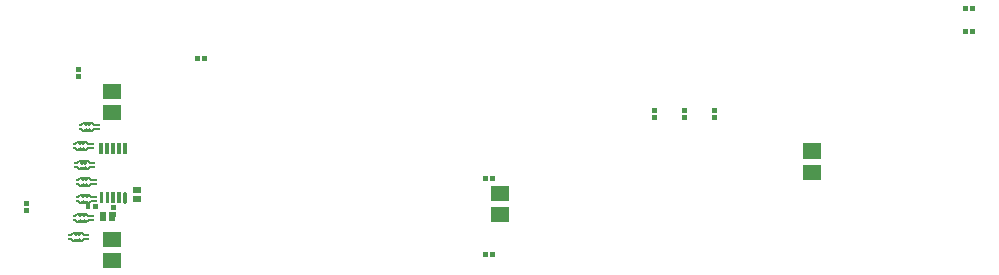
<source format=gbr>
G04 start of page 11 for group -4014 idx -4014 *
G04 Title: (unknown), bottompaste *
G04 Creator: pcb 1.99z *
G04 CreationDate: Sat 29 Oct 2016 01:04:32 AM GMT UTC *
G04 For: commonadmin *
G04 Format: Gerber/RS-274X *
G04 PCB-Dimensions (mil): 4000.00 3000.00 *
G04 PCB-Coordinate-Origin: lower left *
%MOIN*%
%FSLAX25Y25*%
%LNBOTTOMPASTE*%
%ADD89R,0.0512X0.0512*%
%ADD88R,0.0197X0.0197*%
%ADD87R,0.0120X0.0120*%
%ADD86C,0.0120*%
%ADD85R,0.0060X0.0060*%
%ADD84C,0.0060*%
%ADD83C,0.0001*%
G54D83*G36*
X84213Y81318D02*Y79744D01*
X85787D01*
Y81318D01*
X84213D01*
G37*
G36*
X81851D02*Y79744D01*
X83425D01*
Y81318D01*
X81851D01*
G37*
G54D84*X41100Y19631D02*X44100D01*
X40400Y20331D02*X41100Y19631D01*
X44100D02*X44800Y20331D01*
G54D85*X46300D01*
X39900D02*X40400D01*
G54D84*X43200Y20231D02*X43800Y19631D01*
X42600D02*X43200Y20231D01*
X41400Y19631D02*X42000Y20231D01*
X42600Y19631D01*
X41000Y22231D02*X44100D01*
X40400Y21631D02*X41000Y22231D01*
X44100D02*X44700Y21631D01*
G54D85*X46300D01*
X39900D02*X40400D01*
G54D84*X43200Y21531D02*X43900Y22231D01*
X44100D01*
X42500D02*X43200Y21531D01*
X42000D02*X42700Y22231D01*
X41300D02*X42000Y21531D01*
X43550Y32331D02*X46550D01*
X42850Y33031D02*X43550Y32331D01*
X46550D02*X47250Y33031D01*
G54D85*X48750D01*
X42350D02*X42850D01*
G54D84*X45650Y32931D02*X46250Y32331D01*
X45050D02*X45650Y32931D01*
X43850Y32331D02*X44450Y32931D01*
X45050Y32331D01*
X43450Y34931D02*X46550D01*
X42850Y34331D02*X43450Y34931D01*
X46550D02*X47150Y34331D01*
G54D85*X48750D01*
X42350D02*X42850D01*
G54D84*X45650Y34231D02*X46350Y34931D01*
X46550D01*
X44950D02*X45650Y34231D01*
X44450D02*X45150Y34931D01*
X43750D02*X44450Y34231D01*
G54D86*X58500Y35331D02*Y32731D01*
G54D87*X56500Y35331D02*Y32731D01*
X54500Y35331D02*Y32731D01*
X52600Y35331D02*Y32731D01*
X50600Y35331D02*Y32731D01*
X50500Y51831D02*Y49231D01*
X52500Y51831D02*Y49231D01*
X54500Y51831D02*Y49231D01*
X56400Y51831D02*Y49231D01*
X58400Y51831D02*Y49231D01*
G54D84*X42600Y26031D02*X45600D01*
X41900Y26731D02*X42600Y26031D01*
X45600D02*X46300Y26731D01*
G54D85*X47800D01*
X41400D02*X41900D01*
G54D84*X44700Y26631D02*X45300Y26031D01*
X44100D02*X44700Y26631D01*
X42900Y26031D02*X43500Y26631D01*
X44100Y26031D01*
X42500Y28631D02*X45600D01*
X41900Y28031D02*X42500Y28631D01*
X45600D02*X46200Y28031D01*
G54D85*X47800D01*
X41400D02*X41900D01*
G54D84*X44700Y27931D02*X45400Y28631D01*
X45600D01*
X44000D02*X44700Y27931D01*
X43500D02*X44200Y28631D01*
X42800D02*X43500Y27931D01*
X43450Y38031D02*X46450D01*
X42750Y38731D02*X43450Y38031D01*
X46450D02*X47150Y38731D01*
G54D85*X48650D01*
X42250D02*X42750D01*
G54D84*X45550Y38631D02*X46150Y38031D01*
X44950D02*X45550Y38631D01*
X43750Y38031D02*X44350Y38631D01*
X44950Y38031D01*
X43350Y40631D02*X46450D01*
X42750Y40031D02*X43350Y40631D01*
X46450D02*X47050Y40031D01*
G54D85*X48650D01*
X42250D02*X42750D01*
G54D84*X45550Y39931D02*X46250Y40631D01*
X46450D01*
X44850D02*X45550Y39931D01*
X44350D02*X45050Y40631D01*
X43650D02*X44350Y39931D01*
X43100Y43531D02*X46100D01*
X42400Y44231D02*X43100Y43531D01*
X46100D02*X46800Y44231D01*
G54D85*X48300D01*
X41900D02*X42400D01*
G54D84*X45200Y44131D02*X45800Y43531D01*
X44600D02*X45200Y44131D01*
X43400Y43531D02*X44000Y44131D01*
X44600Y43531D01*
X43000Y46131D02*X46100D01*
X42400Y45531D02*X43000Y46131D01*
X46100D02*X46700Y45531D01*
G54D85*X48300D01*
X41900D02*X42400D01*
G54D84*X45200Y45431D02*X45900Y46131D01*
X46100D01*
X44500D02*X45200Y45431D01*
X44000D02*X44700Y46131D01*
X43300D02*X44000Y45431D01*
X42450Y50031D02*X45450D01*
X41750Y50731D02*X42450Y50031D01*
X45450D02*X46150Y50731D01*
G54D85*X47650D01*
X41250D02*X41750D01*
G54D84*X44550Y50631D02*X45150Y50031D01*
X43950D02*X44550Y50631D01*
X42750Y50031D02*X43350Y50631D01*
X43950Y50031D01*
X42350Y52631D02*X45450D01*
X41750Y52031D02*X42350Y52631D01*
X45450D02*X46050Y52031D01*
G54D85*X47650D01*
X41250D02*X41750D01*
G54D84*X44550Y51931D02*X45250Y52631D01*
X45450D01*
X43850D02*X44550Y51931D01*
X43350D02*X44050Y52631D01*
X42650D02*X43350Y51931D01*
X44450Y56331D02*X47450D01*
X43750Y57031D02*X44450Y56331D01*
X47450D02*X48150Y57031D01*
G54D85*X49650D01*
X43250D02*X43750D01*
G54D84*X46550Y56931D02*X47150Y56331D01*
X45950D02*X46550Y56931D01*
X44750Y56331D02*X45350Y56931D01*
X45950Y56331D01*
X44350Y58931D02*X47450D01*
X43750Y58331D02*X44350Y58931D01*
X47450D02*X48050Y58331D01*
G54D85*X49650D01*
X43250D02*X43750D01*
G54D84*X46550Y58231D02*X47250Y58931D01*
X47450D01*
X45850D02*X46550Y58231D01*
X45350D02*X46050Y58931D01*
X44650D02*X45350Y58231D01*
G54D88*X54148Y28193D02*Y27407D01*
X51000Y28193D02*Y27407D01*
G54D83*G36*
X47713Y31818D02*Y30244D01*
X49287D01*
Y31818D01*
X47713D01*
G37*
G36*
X45351D02*Y30244D01*
X46925D01*
Y31818D01*
X45351D01*
G37*
G54D88*X62107Y33532D02*X62893D01*
X62107Y36680D02*X62893D01*
G54D83*G36*
X24713Y32818D02*Y31244D01*
X26287D01*
Y32818D01*
X24713D01*
G37*
G36*
Y30456D02*Y28882D01*
X26287D01*
Y30456D01*
X24713D01*
G37*
G36*
X42213Y77499D02*Y75925D01*
X43787D01*
Y77499D01*
X42213D01*
G37*
G36*
Y75137D02*Y73563D01*
X43787D01*
Y75137D01*
X42213D01*
G37*
G36*
X340213Y90318D02*Y88744D01*
X341787D01*
Y90318D01*
X340213D01*
G37*
G36*
X337851D02*Y88744D01*
X339425D01*
Y90318D01*
X337851D01*
G37*
G36*
X340075Y97818D02*Y96244D01*
X341649D01*
Y97818D01*
X340075D01*
G37*
G36*
X337713D02*Y96244D01*
X339287D01*
Y97818D01*
X337713D01*
G37*
G36*
X244213Y61456D02*Y59882D01*
X245787D01*
Y61456D01*
X244213D01*
G37*
G36*
Y63818D02*Y62244D01*
X245787D01*
Y63818D01*
X244213D01*
G37*
G36*
X254213Y61456D02*Y59882D01*
X255787D01*
Y61456D01*
X254213D01*
G37*
G36*
Y63818D02*Y62244D01*
X255787D01*
Y63818D01*
X254213D01*
G37*
G36*
X234213Y61456D02*Y59882D01*
X235787D01*
Y61456D01*
X234213D01*
G37*
G36*
Y63818D02*Y62244D01*
X235787D01*
Y63818D01*
X234213D01*
G37*
G54D89*X53607Y62446D02*X54393D01*
X53607Y69532D02*X54393D01*
X53607Y20117D02*X54393D01*
X53607Y13031D02*X54393D01*
X287107Y42531D02*X287893D01*
X287107Y49617D02*X287893D01*
G54D83*G36*
X180213Y41318D02*Y39744D01*
X181787D01*
Y41318D01*
X180213D01*
G37*
G36*
X177851D02*Y39744D01*
X179425D01*
Y41318D01*
X177851D01*
G37*
G54D89*X183107Y28446D02*X183893D01*
X183107Y35532D02*X183893D01*
G54D83*G36*
X177713Y15818D02*Y14244D01*
X179287D01*
Y15818D01*
X177713D01*
G37*
G36*
X180075D02*Y14244D01*
X181649D01*
Y15818D01*
X180075D01*
G37*
G36*
X53713Y31587D02*Y30013D01*
X55287D01*
Y31587D01*
X53713D01*
G37*
G36*
Y29225D02*Y27651D01*
X55287D01*
Y29225D01*
X53713D01*
G37*
M02*

</source>
